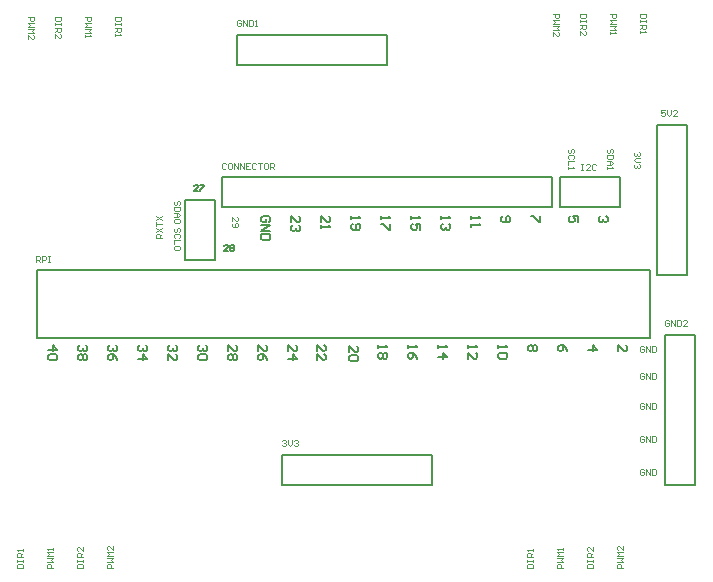
<source format=gto>
G04*
G04 #@! TF.GenerationSoftware,Altium Limited,Altium Designer,24.3.1 (35)*
G04*
G04 Layer_Color=65535*
%FSLAX44Y44*%
%MOMM*%
G71*
G04*
G04 #@! TF.SameCoordinates,84ABCF69-F142-4878-B56C-5630D2AD3AC0*
G04*
G04*
G04 #@! TF.FilePolarity,Positive*
G04*
G01*
G75*
%ADD10C,0.2000*%
%ADD11C,0.0762*%
%ADD12C,0.1270*%
D10*
X-38100Y-101600D02*
X-12700D01*
Y-228600D02*
Y-101600D01*
X-38100Y-228600D02*
Y-101600D01*
Y-228600D02*
X-12700D01*
X-438150Y-215900D02*
X-412750D01*
X-438150D02*
Y-165100D01*
X-412750Y-215900D02*
Y-165100D01*
X-438150D02*
X-412750D01*
X-406400Y-171450D02*
X-146050D01*
X-127000D01*
Y-146050D01*
X-406400D02*
X-127000D01*
X-406400Y-171450D02*
Y-146050D01*
X-44120Y-282050D02*
Y-224900D01*
X-563550D02*
X-44120D01*
X-563550Y-228710D02*
Y-224900D01*
Y-282050D02*
Y-228710D01*
Y-282050D02*
X-44120D01*
X-393700Y-50800D02*
Y-25400D01*
X-266700D01*
X-393700Y-50800D02*
X-266700D01*
Y-25400D01*
X-31750Y-406400D02*
X-6350D01*
X-31750D02*
Y-279400D01*
X-6350Y-406400D02*
Y-279400D01*
X-31750D02*
X-6350D01*
X-228600Y-406400D02*
Y-381000D01*
X-355600Y-406400D02*
X-228600D01*
X-355600Y-381000D02*
X-228600D01*
X-355600Y-406400D02*
Y-381000D01*
X-120650Y-171450D02*
X-69850D01*
X-120650D02*
Y-146050D01*
X-69850Y-171450D02*
Y-146050D01*
X-120650D02*
X-69850D01*
D11*
X-53426Y-125222D02*
X-52580Y-126068D01*
Y-127761D01*
X-53426Y-128608D01*
X-54272D01*
X-55119Y-127761D01*
Y-126915D01*
Y-127761D01*
X-55965Y-128608D01*
X-56812D01*
X-57658Y-127761D01*
Y-126068D01*
X-56812Y-125222D01*
X-52580Y-130300D02*
X-55965D01*
X-57658Y-131993D01*
X-55965Y-133686D01*
X-52580D01*
X-53426Y-135379D02*
X-52580Y-136225D01*
Y-137918D01*
X-53426Y-138764D01*
X-54272D01*
X-55119Y-137918D01*
Y-137072D01*
Y-137918D01*
X-55965Y-138764D01*
X-56812D01*
X-57658Y-137918D01*
Y-136225D01*
X-56812Y-135379D01*
X-443456Y-192890D02*
X-442609Y-192043D01*
Y-190350D01*
X-443456Y-189504D01*
X-444302D01*
X-445148Y-190350D01*
Y-192043D01*
X-445995Y-192890D01*
X-446841D01*
X-447688Y-192043D01*
Y-190350D01*
X-446841Y-189504D01*
X-443456Y-197968D02*
X-442609Y-197122D01*
Y-195429D01*
X-443456Y-194582D01*
X-446841D01*
X-447688Y-195429D01*
Y-197122D01*
X-446841Y-197968D01*
X-442609Y-199661D02*
X-447688D01*
Y-203046D01*
X-443456Y-204739D02*
X-442609Y-205585D01*
Y-207278D01*
X-443456Y-208125D01*
X-446841D01*
X-447688Y-207278D01*
Y-205585D01*
X-446841Y-204739D01*
X-443456D01*
Y-170030D02*
X-442609Y-169183D01*
Y-167490D01*
X-443456Y-166644D01*
X-444302D01*
X-445148Y-167490D01*
Y-169183D01*
X-445995Y-170030D01*
X-446841D01*
X-447688Y-169183D01*
Y-167490D01*
X-446841Y-166644D01*
X-442609Y-171722D02*
X-447688D01*
Y-174262D01*
X-446841Y-175108D01*
X-443456D01*
X-442609Y-174262D01*
Y-171722D01*
X-447688Y-176801D02*
X-444302D01*
X-442609Y-178493D01*
X-444302Y-180186D01*
X-447688D01*
X-445148D01*
Y-176801D01*
X-443456Y-181879D02*
X-442609Y-182726D01*
Y-184418D01*
X-443456Y-185265D01*
X-446841D01*
X-447688Y-184418D01*
Y-182726D01*
X-446841Y-181879D01*
X-443456D01*
X-109306Y-126068D02*
X-108460Y-125221D01*
Y-123528D01*
X-109306Y-122682D01*
X-110152D01*
X-110999Y-123528D01*
Y-125221D01*
X-111845Y-126068D01*
X-112692D01*
X-113538Y-125221D01*
Y-123528D01*
X-112692Y-122682D01*
X-109306Y-131146D02*
X-108460Y-130300D01*
Y-128607D01*
X-109306Y-127760D01*
X-112692D01*
X-113538Y-128607D01*
Y-130300D01*
X-112692Y-131146D01*
X-108460Y-132839D02*
X-113538D01*
Y-136224D01*
Y-137917D02*
Y-139610D01*
Y-138764D01*
X-108460D01*
X-109306Y-137917D01*
X-76286Y-126068D02*
X-75440Y-125221D01*
Y-123528D01*
X-76286Y-122682D01*
X-77132D01*
X-77979Y-123528D01*
Y-125221D01*
X-78825Y-126068D01*
X-79672D01*
X-80518Y-125221D01*
Y-123528D01*
X-79672Y-122682D01*
X-75440Y-127760D02*
X-80518D01*
Y-130300D01*
X-79672Y-131146D01*
X-76286D01*
X-75440Y-130300D01*
Y-127760D01*
X-80518Y-132839D02*
X-77132D01*
X-75440Y-134531D01*
X-77132Y-136224D01*
X-80518D01*
X-77979D01*
Y-132839D01*
X-80518Y-137917D02*
Y-139610D01*
Y-138764D01*
X-75440D01*
X-76286Y-137917D01*
X-49192Y-393786D02*
X-50039Y-392940D01*
X-51732D01*
X-52578Y-393786D01*
Y-397172D01*
X-51732Y-398018D01*
X-50039D01*
X-49192Y-397172D01*
Y-395479D01*
X-50885D01*
X-47500Y-398018D02*
Y-392940D01*
X-44114Y-398018D01*
Y-392940D01*
X-42421D02*
Y-398018D01*
X-39882D01*
X-39036Y-397172D01*
Y-393786D01*
X-39882Y-392940D01*
X-42421D01*
X-49192Y-365846D02*
X-50039Y-365000D01*
X-51732D01*
X-52578Y-365846D01*
Y-369232D01*
X-51732Y-370078D01*
X-50039D01*
X-49192Y-369232D01*
Y-367539D01*
X-50885D01*
X-47500Y-370078D02*
Y-365000D01*
X-44114Y-370078D01*
Y-365000D01*
X-42421D02*
Y-370078D01*
X-39882D01*
X-39036Y-369232D01*
Y-365846D01*
X-39882Y-365000D01*
X-42421D01*
X-49192Y-337906D02*
X-50039Y-337060D01*
X-51732D01*
X-52578Y-337906D01*
Y-341292D01*
X-51732Y-342138D01*
X-50039D01*
X-49192Y-341292D01*
Y-339599D01*
X-50885D01*
X-47500Y-342138D02*
Y-337060D01*
X-44114Y-342138D01*
Y-337060D01*
X-42421D02*
Y-342138D01*
X-39882D01*
X-39036Y-341292D01*
Y-337906D01*
X-39882Y-337060D01*
X-42421D01*
X-49192Y-312506D02*
X-50039Y-311660D01*
X-51732D01*
X-52578Y-312506D01*
Y-315892D01*
X-51732Y-316738D01*
X-50039D01*
X-49192Y-315892D01*
Y-314199D01*
X-50885D01*
X-47500Y-316738D02*
Y-311660D01*
X-44114Y-316738D01*
Y-311660D01*
X-42421D02*
Y-316738D01*
X-39882D01*
X-39036Y-315892D01*
Y-312506D01*
X-39882Y-311660D01*
X-42421D01*
X-49192Y-289646D02*
X-50039Y-288800D01*
X-51732D01*
X-52578Y-289646D01*
Y-293032D01*
X-51732Y-293878D01*
X-50039D01*
X-49192Y-293032D01*
Y-291339D01*
X-50885D01*
X-47500Y-293878D02*
Y-288800D01*
X-44114Y-293878D01*
Y-288800D01*
X-42421D02*
Y-293878D01*
X-39882D01*
X-39036Y-293032D01*
Y-289646D01*
X-39882Y-288800D01*
X-42421D01*
X-148080Y-476758D02*
X-143002D01*
Y-474219D01*
X-143848Y-473372D01*
X-147234D01*
X-148080Y-474219D01*
Y-476758D01*
Y-471680D02*
Y-469987D01*
Y-470833D01*
X-143002D01*
Y-471680D01*
Y-469987D01*
Y-467448D02*
X-148080D01*
Y-464908D01*
X-147234Y-464062D01*
X-145541D01*
X-144695Y-464908D01*
Y-467448D01*
Y-465755D02*
X-143002Y-464062D01*
Y-462369D02*
Y-460676D01*
Y-461523D01*
X-148080D01*
X-147234Y-462369D01*
X-117602Y-476758D02*
X-122680D01*
Y-474219D01*
X-121834Y-473372D01*
X-120141D01*
X-119295Y-474219D01*
Y-476758D01*
X-122680Y-471680D02*
X-117602D01*
X-119295Y-469987D01*
X-117602Y-468294D01*
X-122680D01*
X-117602Y-466601D02*
X-122680D01*
X-120988Y-464908D01*
X-122680Y-463216D01*
X-117602D01*
Y-461523D02*
Y-459830D01*
Y-460676D01*
X-122680D01*
X-121834Y-461523D01*
X-97280Y-476758D02*
X-92202D01*
Y-474219D01*
X-93048Y-473372D01*
X-96434D01*
X-97280Y-474219D01*
Y-476758D01*
Y-471680D02*
Y-469987D01*
Y-470833D01*
X-92202D01*
Y-471680D01*
Y-469987D01*
Y-467448D02*
X-97280D01*
Y-464908D01*
X-96434Y-464062D01*
X-94741D01*
X-93895Y-464908D01*
Y-467448D01*
Y-465755D02*
X-92202Y-464062D01*
Y-458984D02*
Y-462369D01*
X-95588Y-458984D01*
X-96434D01*
X-97280Y-459830D01*
Y-461523D01*
X-96434Y-462369D01*
X-66802Y-476758D02*
X-71880D01*
Y-474219D01*
X-71034Y-473372D01*
X-69341D01*
X-68495Y-474219D01*
Y-476758D01*
X-71880Y-471680D02*
X-66802D01*
X-68495Y-469987D01*
X-66802Y-468294D01*
X-71880D01*
X-66802Y-466601D02*
X-71880D01*
X-70188Y-464908D01*
X-71880Y-463216D01*
X-66802D01*
Y-458137D02*
Y-461523D01*
X-70188Y-458137D01*
X-71034D01*
X-71880Y-458984D01*
Y-460676D01*
X-71034Y-461523D01*
X-579880Y-476758D02*
X-574802D01*
Y-474219D01*
X-575648Y-473372D01*
X-579034D01*
X-579880Y-474219D01*
Y-476758D01*
Y-471680D02*
Y-469987D01*
Y-470833D01*
X-574802D01*
Y-471680D01*
Y-469987D01*
Y-467448D02*
X-579880D01*
Y-464908D01*
X-579034Y-464062D01*
X-577341D01*
X-576495Y-464908D01*
Y-467448D01*
Y-465755D02*
X-574802Y-464062D01*
Y-462369D02*
Y-460676D01*
Y-461523D01*
X-579880D01*
X-579034Y-462369D01*
X-549402Y-476758D02*
X-554480D01*
Y-474219D01*
X-553634Y-473372D01*
X-551941D01*
X-551095Y-474219D01*
Y-476758D01*
X-554480Y-471680D02*
X-549402D01*
X-551095Y-469987D01*
X-549402Y-468294D01*
X-554480D01*
X-549402Y-466601D02*
X-554480D01*
X-552788Y-464908D01*
X-554480Y-463216D01*
X-549402D01*
Y-461523D02*
Y-459830D01*
Y-460676D01*
X-554480D01*
X-553634Y-461523D01*
X-529080Y-476758D02*
X-524002D01*
Y-474219D01*
X-524848Y-473372D01*
X-528234D01*
X-529080Y-474219D01*
Y-476758D01*
Y-471680D02*
Y-469987D01*
Y-470833D01*
X-524002D01*
Y-471680D01*
Y-469987D01*
Y-467448D02*
X-529080D01*
Y-464908D01*
X-528234Y-464062D01*
X-526541D01*
X-525695Y-464908D01*
Y-467448D01*
Y-465755D02*
X-524002Y-464062D01*
Y-458984D02*
Y-462369D01*
X-527388Y-458984D01*
X-528234D01*
X-529080Y-459830D01*
Y-461523D01*
X-528234Y-462369D01*
X-498602Y-476758D02*
X-503680D01*
Y-474219D01*
X-502834Y-473372D01*
X-501141D01*
X-500295Y-474219D01*
Y-476758D01*
X-503680Y-471680D02*
X-498602D01*
X-500295Y-469987D01*
X-498602Y-468294D01*
X-503680D01*
X-498602Y-466601D02*
X-503680D01*
X-501988Y-464908D01*
X-503680Y-463216D01*
X-498602D01*
Y-458137D02*
Y-461523D01*
X-501988Y-458137D01*
X-502834D01*
X-503680Y-458984D01*
Y-460676D01*
X-502834Y-461523D01*
X-492000Y-10922D02*
X-497078D01*
Y-13461D01*
X-496232Y-14308D01*
X-492846D01*
X-492000Y-13461D01*
Y-10922D01*
Y-16000D02*
Y-17693D01*
Y-16847D01*
X-497078D01*
Y-16000D01*
Y-17693D01*
Y-20232D02*
X-492000D01*
Y-22771D01*
X-492846Y-23618D01*
X-494539D01*
X-495385Y-22771D01*
Y-20232D01*
Y-21925D02*
X-497078Y-23618D01*
Y-25311D02*
Y-27004D01*
Y-26157D01*
X-492000D01*
X-492846Y-25311D01*
X-522478Y-10922D02*
X-517400D01*
Y-13461D01*
X-518246Y-14308D01*
X-519939D01*
X-520785Y-13461D01*
Y-10922D01*
X-517400Y-16000D02*
X-522478D01*
X-520785Y-17693D01*
X-522478Y-19386D01*
X-517400D01*
X-522478Y-21079D02*
X-517400D01*
X-519092Y-22771D01*
X-517400Y-24464D01*
X-522478D01*
Y-26157D02*
Y-27850D01*
Y-27004D01*
X-517400D01*
X-518246Y-26157D01*
X-542800Y-10922D02*
X-547878D01*
Y-13461D01*
X-547032Y-14308D01*
X-543646D01*
X-542800Y-13461D01*
Y-10922D01*
Y-16000D02*
Y-17693D01*
Y-16847D01*
X-547878D01*
Y-16000D01*
Y-17693D01*
Y-20232D02*
X-542800D01*
Y-22771D01*
X-543646Y-23618D01*
X-545339D01*
X-546185Y-22771D01*
Y-20232D01*
Y-21925D02*
X-547878Y-23618D01*
Y-28696D02*
Y-25311D01*
X-544492Y-28696D01*
X-543646D01*
X-542800Y-27850D01*
Y-26157D01*
X-543646Y-25311D01*
X-570738Y-10922D02*
X-565660D01*
Y-13461D01*
X-566506Y-14308D01*
X-568199D01*
X-569045Y-13461D01*
Y-10922D01*
X-565660Y-16000D02*
X-570738D01*
X-569045Y-17693D01*
X-570738Y-19386D01*
X-565660D01*
X-570738Y-21079D02*
X-565660D01*
X-567352Y-22771D01*
X-565660Y-24464D01*
X-570738D01*
Y-29543D02*
Y-26157D01*
X-567352Y-29543D01*
X-566506D01*
X-565660Y-28696D01*
Y-27004D01*
X-566506Y-26157D01*
X-126238Y-8382D02*
X-121160D01*
Y-10921D01*
X-122006Y-11768D01*
X-123699D01*
X-124545Y-10921D01*
Y-8382D01*
X-121160Y-13460D02*
X-126238D01*
X-124545Y-15153D01*
X-126238Y-16846D01*
X-121160D01*
X-126238Y-18539D02*
X-121160D01*
X-122852Y-20231D01*
X-121160Y-21924D01*
X-126238D01*
Y-27003D02*
Y-23617D01*
X-122852Y-27003D01*
X-122006D01*
X-121160Y-26156D01*
Y-24464D01*
X-122006Y-23617D01*
X-98300Y-8382D02*
X-103378D01*
Y-10921D01*
X-102532Y-11768D01*
X-99146D01*
X-98300Y-10921D01*
Y-8382D01*
Y-13460D02*
Y-15153D01*
Y-14307D01*
X-103378D01*
Y-13460D01*
Y-15153D01*
Y-17692D02*
X-98300D01*
Y-20231D01*
X-99146Y-21078D01*
X-100839D01*
X-101685Y-20231D01*
Y-17692D01*
Y-19385D02*
X-103378Y-21078D01*
Y-26156D02*
Y-22771D01*
X-99992Y-26156D01*
X-99146D01*
X-98300Y-25310D01*
Y-23617D01*
X-99146Y-22771D01*
X-77978Y-8382D02*
X-72900D01*
Y-10921D01*
X-73746Y-11768D01*
X-75439D01*
X-76285Y-10921D01*
Y-8382D01*
X-72900Y-13460D02*
X-77978D01*
X-76285Y-15153D01*
X-77978Y-16846D01*
X-72900D01*
X-77978Y-18539D02*
X-72900D01*
X-74592Y-20231D01*
X-72900Y-21924D01*
X-77978D01*
Y-23617D02*
Y-25310D01*
Y-24464D01*
X-72900D01*
X-73746Y-23617D01*
X-47500Y-8382D02*
X-52578D01*
Y-10921D01*
X-51732Y-11768D01*
X-48346D01*
X-47500Y-10921D01*
Y-8382D01*
Y-13460D02*
Y-15153D01*
Y-14307D01*
X-52578D01*
Y-13460D01*
Y-15153D01*
Y-17692D02*
X-47500D01*
Y-20231D01*
X-48346Y-21078D01*
X-50039D01*
X-50885Y-20231D01*
Y-17692D01*
Y-19385D02*
X-52578Y-21078D01*
Y-22771D02*
Y-24464D01*
Y-23617D01*
X-47500D01*
X-48346Y-22771D01*
X-398018Y-183218D02*
Y-179832D01*
X-394632Y-183218D01*
X-393786D01*
X-392940Y-182371D01*
Y-180678D01*
X-393786Y-179832D01*
X-397172Y-184910D02*
X-398018Y-185757D01*
Y-187449D01*
X-397172Y-188296D01*
X-393786D01*
X-392940Y-187449D01*
Y-185757D01*
X-393786Y-184910D01*
X-394632D01*
X-395479Y-185757D01*
Y-188296D01*
X-28618Y-268310D02*
X-29465Y-267464D01*
X-31158D01*
X-32004Y-268310D01*
Y-271696D01*
X-31158Y-272542D01*
X-29465D01*
X-28618Y-271696D01*
Y-270003D01*
X-30311D01*
X-26926Y-272542D02*
Y-267464D01*
X-23540Y-272542D01*
Y-267464D01*
X-21847D02*
Y-272542D01*
X-19308D01*
X-18462Y-271696D01*
Y-268310D01*
X-19308Y-267464D01*
X-21847D01*
X-13383Y-272542D02*
X-16769D01*
X-13383Y-269156D01*
Y-268310D01*
X-14230Y-267464D01*
X-15922D01*
X-16769Y-268310D01*
X-390568Y-14310D02*
X-391415Y-13464D01*
X-393108D01*
X-393954Y-14310D01*
Y-17696D01*
X-393108Y-18542D01*
X-391415D01*
X-390568Y-17696D01*
Y-16003D01*
X-392261D01*
X-388876Y-18542D02*
Y-13464D01*
X-385490Y-18542D01*
Y-13464D01*
X-383797D02*
Y-18542D01*
X-381258D01*
X-380412Y-17696D01*
Y-14310D01*
X-381258Y-13464D01*
X-383797D01*
X-378719Y-18542D02*
X-377026D01*
X-377873D01*
Y-13464D01*
X-378719Y-14310D01*
X-31326Y-88901D02*
X-34711D01*
Y-91440D01*
X-33018Y-90594D01*
X-32172D01*
X-31326Y-91440D01*
Y-93133D01*
X-32172Y-93979D01*
X-33865D01*
X-34711Y-93133D01*
X-29633Y-88901D02*
Y-92286D01*
X-27940Y-93979D01*
X-26247Y-92286D01*
Y-88901D01*
X-21169Y-93979D02*
X-24554D01*
X-21169Y-90594D01*
Y-89747D01*
X-22015Y-88901D01*
X-23708D01*
X-24554Y-89747D01*
X-403268Y-134960D02*
X-404115Y-134114D01*
X-405808D01*
X-406654Y-134960D01*
Y-138346D01*
X-405808Y-139192D01*
X-404115D01*
X-403268Y-138346D01*
X-399036Y-134114D02*
X-400729D01*
X-401576Y-134960D01*
Y-138346D01*
X-400729Y-139192D01*
X-399036D01*
X-398190Y-138346D01*
Y-134960D01*
X-399036Y-134114D01*
X-396497Y-139192D02*
Y-134114D01*
X-393112Y-139192D01*
Y-134114D01*
X-391419Y-139192D02*
Y-134114D01*
X-388033Y-139192D01*
Y-134114D01*
X-382955D02*
X-386341D01*
Y-139192D01*
X-382955D01*
X-386341Y-136653D02*
X-384648D01*
X-377877Y-134960D02*
X-378723Y-134114D01*
X-380416D01*
X-381262Y-134960D01*
Y-138346D01*
X-380416Y-139192D01*
X-378723D01*
X-377877Y-138346D01*
X-376184Y-134114D02*
X-372798D01*
X-374491D01*
Y-139192D01*
X-368566Y-134114D02*
X-370259D01*
X-371106Y-134960D01*
Y-138346D01*
X-370259Y-139192D01*
X-368566D01*
X-367720Y-138346D01*
Y-134960D01*
X-368566Y-134114D01*
X-366027Y-139192D02*
Y-134114D01*
X-363488D01*
X-362642Y-134960D01*
Y-136653D01*
X-363488Y-137499D01*
X-366027D01*
X-364334D02*
X-362642Y-139192D01*
X-457201Y-197270D02*
X-462279D01*
Y-194731D01*
X-461433Y-193885D01*
X-459740D01*
X-458894Y-194731D01*
Y-197270D01*
Y-195578D02*
X-457201Y-193885D01*
X-462279Y-192192D02*
X-457201Y-188806D01*
X-462279D02*
X-457201Y-192192D01*
X-462279Y-187114D02*
Y-183728D01*
Y-185421D01*
X-457201D01*
X-462279Y-182035D02*
X-457201Y-178650D01*
X-462279D02*
X-457201Y-182035D01*
X-563880Y-217932D02*
Y-212854D01*
X-561341D01*
X-560494Y-213700D01*
Y-215393D01*
X-561341Y-216239D01*
X-563880D01*
X-562187D02*
X-560494Y-217932D01*
X-558802D02*
Y-212854D01*
X-556263D01*
X-555416Y-213700D01*
Y-215393D01*
X-556263Y-216239D01*
X-558802D01*
X-553723Y-212854D02*
X-552030D01*
X-552877D01*
Y-217932D01*
X-553723D01*
X-552030D01*
X-102868Y-134621D02*
X-101175D01*
X-102022D01*
Y-139699D01*
X-102868D01*
X-101175D01*
X-95250D02*
X-98636D01*
X-95250Y-136314D01*
Y-135467D01*
X-96097Y-134621D01*
X-97790D01*
X-98636Y-135467D01*
X-90172D02*
X-91018Y-134621D01*
X-92711D01*
X-93558Y-135467D01*
Y-138853D01*
X-92711Y-139699D01*
X-91018D01*
X-90172Y-138853D01*
X-355854Y-369910D02*
X-355008Y-369064D01*
X-353315D01*
X-352468Y-369910D01*
Y-370756D01*
X-353315Y-371603D01*
X-354161D01*
X-353315D01*
X-352468Y-372449D01*
Y-373296D01*
X-353315Y-374142D01*
X-355008D01*
X-355854Y-373296D01*
X-350776Y-369064D02*
Y-372449D01*
X-349083Y-374142D01*
X-347390Y-372449D01*
Y-369064D01*
X-345697Y-369910D02*
X-344851Y-369064D01*
X-343158D01*
X-342312Y-369910D01*
Y-370756D01*
X-343158Y-371603D01*
X-344005D01*
X-343158D01*
X-342312Y-372449D01*
Y-373296D01*
X-343158Y-374142D01*
X-344851D01*
X-345697Y-373296D01*
D12*
X-427144Y-157480D02*
X-430530D01*
X-427144Y-154094D01*
Y-153248D01*
X-427991Y-152402D01*
X-429684D01*
X-430530Y-153248D01*
X-425452Y-152402D02*
X-422066D01*
Y-153248D01*
X-425452Y-156634D01*
Y-157480D01*
X-401744Y-208280D02*
X-405130D01*
X-401744Y-204894D01*
Y-204048D01*
X-402591Y-203202D01*
X-404284D01*
X-405130Y-204048D01*
X-400052D02*
X-399205Y-203202D01*
X-397513D01*
X-396666Y-204048D01*
Y-204894D01*
X-397513Y-205741D01*
X-396666Y-206587D01*
Y-207434D01*
X-397513Y-208280D01*
X-399205D01*
X-400052Y-207434D01*
Y-206587D01*
X-399205Y-205741D01*
X-400052Y-204894D01*
Y-204048D01*
X-399205Y-205741D02*
X-397513D01*
X-367032Y-184148D02*
X-365762Y-182879D01*
Y-180340D01*
X-367032Y-179070D01*
X-372110D01*
X-373380Y-180340D01*
Y-182879D01*
X-372110Y-184148D01*
X-369571D01*
Y-181609D01*
X-373380Y-186688D02*
X-365762D01*
X-373380Y-191766D01*
X-365762D01*
Y-194305D02*
X-373380D01*
Y-198114D01*
X-372110Y-199383D01*
X-367032D01*
X-365762Y-198114D01*
Y-194305D01*
X-347980Y-184148D02*
Y-179070D01*
X-342902Y-184148D01*
X-341632D01*
X-340363Y-182879D01*
Y-180340D01*
X-341632Y-179070D01*
Y-186688D02*
X-340363Y-187957D01*
Y-190496D01*
X-341632Y-191766D01*
X-342902D01*
X-344171Y-190496D01*
Y-189227D01*
Y-190496D01*
X-345441Y-191766D01*
X-346710D01*
X-347980Y-190496D01*
Y-187957D01*
X-346710Y-186688D01*
X-322580Y-184148D02*
Y-179070D01*
X-317502Y-184148D01*
X-316232D01*
X-314963Y-182879D01*
Y-180340D01*
X-316232Y-179070D01*
X-322580Y-186688D02*
Y-189227D01*
Y-187957D01*
X-314963D01*
X-316232Y-186688D01*
X-297180Y-179070D02*
Y-181609D01*
Y-180340D01*
X-289562D01*
X-290832Y-179070D01*
X-295910Y-185418D02*
X-297180Y-186688D01*
Y-189227D01*
X-295910Y-190496D01*
X-290832D01*
X-289562Y-189227D01*
Y-186688D01*
X-290832Y-185418D01*
X-292102D01*
X-293371Y-186688D01*
Y-190496D01*
X-271780Y-179070D02*
Y-181609D01*
Y-180340D01*
X-264163D01*
X-265432Y-179070D01*
X-264163Y-185418D02*
Y-190496D01*
X-265432D01*
X-270510Y-185418D01*
X-271780D01*
X-246380Y-179070D02*
Y-181609D01*
Y-180340D01*
X-238762D01*
X-240032Y-179070D01*
X-238762Y-190496D02*
Y-185418D01*
X-242571D01*
X-241302Y-187957D01*
Y-189227D01*
X-242571Y-190496D01*
X-245110D01*
X-246380Y-189227D01*
Y-186688D01*
X-245110Y-185418D01*
X-220980Y-179070D02*
Y-181609D01*
Y-180340D01*
X-213363D01*
X-214632Y-179070D01*
Y-185418D02*
X-213363Y-186688D01*
Y-189227D01*
X-214632Y-190496D01*
X-215902D01*
X-217171Y-189227D01*
Y-187957D01*
Y-189227D01*
X-218441Y-190496D01*
X-219710D01*
X-220980Y-189227D01*
Y-186688D01*
X-219710Y-185418D01*
X-195580Y-179070D02*
Y-181609D01*
Y-180340D01*
X-187962D01*
X-189232Y-179070D01*
X-195580Y-185418D02*
Y-187957D01*
Y-186688D01*
X-187962D01*
X-189232Y-185418D01*
X-168910Y-179070D02*
X-170180Y-180340D01*
Y-182879D01*
X-168910Y-184148D01*
X-163832D01*
X-162563Y-182879D01*
Y-180340D01*
X-163832Y-179070D01*
X-165102D01*
X-166371Y-180340D01*
Y-184148D01*
X-137163Y-179070D02*
Y-184148D01*
X-138432D01*
X-143510Y-179070D01*
X-144780D01*
X-105413Y-184148D02*
Y-179070D01*
X-109221D01*
X-107952Y-181609D01*
Y-182879D01*
X-109221Y-184148D01*
X-111760D01*
X-113030Y-182879D01*
Y-180340D01*
X-111760Y-179070D01*
X-81282D02*
X-80013Y-180340D01*
Y-182879D01*
X-81282Y-184148D01*
X-82552D01*
X-83821Y-182879D01*
Y-181609D01*
Y-182879D01*
X-85091Y-184148D01*
X-86360D01*
X-87630Y-182879D01*
Y-180340D01*
X-86360Y-179070D01*
X-71120Y-293368D02*
Y-288290D01*
X-66042Y-293368D01*
X-64772D01*
X-63502Y-292099D01*
Y-289559D01*
X-64772Y-288290D01*
X-96520Y-292099D02*
X-88903D01*
X-92711Y-288290D01*
Y-293368D01*
X-114303D02*
X-115572Y-290829D01*
X-118111Y-288290D01*
X-120650D01*
X-121920Y-289559D01*
Y-292099D01*
X-120650Y-293368D01*
X-119381D01*
X-118111Y-292099D01*
Y-288290D01*
X-140972D02*
X-139703Y-289559D01*
Y-292099D01*
X-140972Y-293368D01*
X-142242D01*
X-143511Y-292099D01*
X-144781Y-293368D01*
X-146050D01*
X-147320Y-292099D01*
Y-289559D01*
X-146050Y-288290D01*
X-144781D01*
X-143511Y-289559D01*
X-142242Y-288290D01*
X-140972D01*
X-143511Y-289559D02*
Y-292099D01*
X-172720Y-288290D02*
Y-290829D01*
Y-289559D01*
X-165103D01*
X-166372Y-288290D01*
Y-294638D02*
X-165103Y-295907D01*
Y-298447D01*
X-166372Y-299716D01*
X-171450D01*
X-172720Y-298447D01*
Y-295907D01*
X-171450Y-294638D01*
X-166372D01*
X-198120Y-288290D02*
Y-290829D01*
Y-289559D01*
X-190502D01*
X-191772Y-288290D01*
X-198120Y-299716D02*
Y-294638D01*
X-193042Y-299716D01*
X-191772D01*
X-190502Y-298447D01*
Y-295907D01*
X-191772Y-294638D01*
X-223520Y-288290D02*
Y-290829D01*
Y-289559D01*
X-215903D01*
X-217172Y-288290D01*
X-223520Y-298447D02*
X-215903D01*
X-219711Y-294638D01*
Y-299716D01*
X-248920Y-288290D02*
Y-290829D01*
Y-289559D01*
X-241303D01*
X-242572Y-288290D01*
X-241303Y-299716D02*
X-242572Y-297177D01*
X-245111Y-294638D01*
X-247650D01*
X-248920Y-295907D01*
Y-298447D01*
X-247650Y-299716D01*
X-246381D01*
X-245111Y-298447D01*
Y-294638D01*
X-274320Y-288290D02*
Y-290829D01*
Y-289559D01*
X-266702D01*
X-267972Y-288290D01*
Y-294638D02*
X-266702Y-295907D01*
Y-298447D01*
X-267972Y-299716D01*
X-269242D01*
X-270511Y-298447D01*
X-271781Y-299716D01*
X-273050D01*
X-274320Y-298447D01*
Y-295907D01*
X-273050Y-294638D01*
X-271781D01*
X-270511Y-295907D01*
X-269242Y-294638D01*
X-267972D01*
X-270511Y-295907D02*
Y-298447D01*
X-298867Y-294201D02*
Y-289123D01*
X-293788Y-294201D01*
X-292519D01*
X-291249Y-292932D01*
Y-290392D01*
X-292519Y-289123D01*
Y-296740D02*
X-291249Y-298010D01*
Y-300549D01*
X-292519Y-301819D01*
X-297597D01*
X-298867Y-300549D01*
Y-298010D01*
X-297597Y-296740D01*
X-292519D01*
X-350520Y-293368D02*
Y-288290D01*
X-345442Y-293368D01*
X-344172D01*
X-342902Y-292099D01*
Y-289559D01*
X-344172Y-288290D01*
X-350520Y-299716D02*
X-342902D01*
X-346711Y-295907D01*
Y-300986D01*
X-375920Y-293368D02*
Y-288290D01*
X-370841Y-293368D01*
X-369572D01*
X-368302Y-292099D01*
Y-289559D01*
X-369572Y-288290D01*
X-368302Y-300986D02*
X-369572Y-298447D01*
X-372111Y-295907D01*
X-374650D01*
X-375920Y-297177D01*
Y-299716D01*
X-374650Y-300986D01*
X-373381D01*
X-372111Y-299716D01*
Y-295907D01*
X-326390Y-293368D02*
Y-288290D01*
X-321311Y-293368D01*
X-320042D01*
X-318772Y-292099D01*
Y-289559D01*
X-320042Y-288290D01*
X-326390Y-300986D02*
Y-295907D01*
X-321311Y-300986D01*
X-320042D01*
X-318772Y-299716D01*
Y-297177D01*
X-320042Y-295907D01*
X-401320Y-293368D02*
Y-288290D01*
X-396241Y-293368D01*
X-394972D01*
X-393702Y-292099D01*
Y-289559D01*
X-394972Y-288290D01*
Y-295907D02*
X-393702Y-297177D01*
Y-299716D01*
X-394972Y-300986D01*
X-396241D01*
X-397511Y-299716D01*
X-398781Y-300986D01*
X-400050D01*
X-401320Y-299716D01*
Y-297177D01*
X-400050Y-295907D01*
X-398781D01*
X-397511Y-297177D01*
X-396241Y-295907D01*
X-394972D01*
X-397511Y-297177D02*
Y-299716D01*
X-420372Y-288290D02*
X-419102Y-289559D01*
Y-292099D01*
X-420372Y-293368D01*
X-421642D01*
X-422911Y-292099D01*
Y-290829D01*
Y-292099D01*
X-424181Y-293368D01*
X-425450D01*
X-426720Y-292099D01*
Y-289559D01*
X-425450Y-288290D01*
X-420372Y-295907D02*
X-419102Y-297177D01*
Y-299716D01*
X-420372Y-300986D01*
X-425450D01*
X-426720Y-299716D01*
Y-297177D01*
X-425450Y-295907D01*
X-420372D01*
X-445772Y-288290D02*
X-444502Y-289559D01*
Y-292099D01*
X-445772Y-293368D01*
X-447042D01*
X-448311Y-292099D01*
Y-290829D01*
Y-292099D01*
X-449581Y-293368D01*
X-450850D01*
X-452120Y-292099D01*
Y-289559D01*
X-450850Y-288290D01*
X-452120Y-300986D02*
Y-295907D01*
X-447042Y-300986D01*
X-445772D01*
X-444502Y-299716D01*
Y-297177D01*
X-445772Y-295907D01*
X-471172Y-288290D02*
X-469902Y-289559D01*
Y-292099D01*
X-471172Y-293368D01*
X-472441D01*
X-473711Y-292099D01*
Y-290829D01*
Y-292099D01*
X-474981Y-293368D01*
X-476250D01*
X-477520Y-292099D01*
Y-289559D01*
X-476250Y-288290D01*
X-477520Y-299716D02*
X-469902D01*
X-473711Y-295907D01*
Y-300986D01*
X-496572Y-288290D02*
X-495302Y-289559D01*
Y-292099D01*
X-496572Y-293368D01*
X-497841D01*
X-499111Y-292099D01*
Y-290829D01*
Y-292099D01*
X-500381Y-293368D01*
X-501650D01*
X-502920Y-292099D01*
Y-289559D01*
X-501650Y-288290D01*
X-495302Y-300986D02*
X-496572Y-298447D01*
X-499111Y-295907D01*
X-501650D01*
X-502920Y-297177D01*
Y-299716D01*
X-501650Y-300986D01*
X-500381D01*
X-499111Y-299716D01*
Y-295907D01*
X-521972Y-288290D02*
X-520702Y-289559D01*
Y-292099D01*
X-521972Y-293368D01*
X-523242D01*
X-524511Y-292099D01*
Y-290829D01*
Y-292099D01*
X-525781Y-293368D01*
X-527050D01*
X-528320Y-292099D01*
Y-289559D01*
X-527050Y-288290D01*
X-521972Y-295907D02*
X-520702Y-297177D01*
Y-299716D01*
X-521972Y-300986D01*
X-523242D01*
X-524511Y-299716D01*
X-525781Y-300986D01*
X-527050D01*
X-528320Y-299716D01*
Y-297177D01*
X-527050Y-295907D01*
X-525781D01*
X-524511Y-297177D01*
X-523242Y-295907D01*
X-521972D01*
X-524511Y-297177D02*
Y-299716D01*
X-553720Y-292099D02*
X-546102D01*
X-549911Y-288290D01*
Y-293368D01*
X-547372Y-295907D02*
X-546102Y-297177D01*
Y-299716D01*
X-547372Y-300986D01*
X-552450D01*
X-553720Y-299716D01*
Y-297177D01*
X-552450Y-295907D01*
X-547372D01*
M02*

</source>
